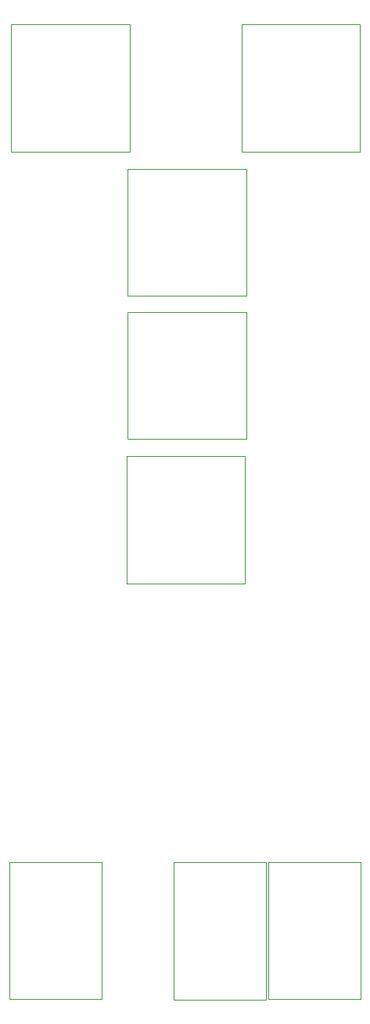
<source format=gbr>
%TF.GenerationSoftware,KiCad,Pcbnew,(5.1.9)-1*%
%TF.CreationDate,2021-08-15T07:19:13+01:00*%
%TF.ProjectId,8x8_Kick_Drum,3878385f-4b69-4636-9b5f-4472756d2e6b,rev?*%
%TF.SameCoordinates,Original*%
%TF.FileFunction,Other,User*%
%FSLAX46Y46*%
G04 Gerber Fmt 4.6, Leading zero omitted, Abs format (unit mm)*
G04 Created by KiCad (PCBNEW (5.1.9)-1) date 2021-08-15 07:19:13*
%MOMM*%
%LPD*%
G01*
G04 APERTURE LIST*
%ADD10C,0.050000*%
G04 APERTURE END LIST*
D10*
%TO.C,J4*%
X137334000Y-170645000D02*
X127334000Y-170645000D01*
X137334000Y-155815000D02*
X127334000Y-155815000D01*
X137334000Y-155815000D02*
X137334000Y-170645000D01*
X127334000Y-155815000D02*
X127334000Y-170645000D01*
%TO.C,J3*%
X155114000Y-170648000D02*
X145114000Y-170648000D01*
X155114000Y-155818000D02*
X145114000Y-155818000D01*
X155114000Y-155818000D02*
X155114000Y-170648000D01*
X145114000Y-155818000D02*
X145114000Y-170648000D01*
%TO.C,J2*%
X165401000Y-170615000D02*
X155401000Y-170615000D01*
X165401000Y-155785000D02*
X155401000Y-155785000D01*
X165401000Y-155785000D02*
X165401000Y-170615000D01*
X155401000Y-155785000D02*
X155401000Y-170615000D01*
%TO.C,RV5*%
X140174000Y-109996000D02*
X140174000Y-96246000D01*
X152994000Y-109996000D02*
X140174000Y-109996000D01*
X152994000Y-96246000D02*
X152994000Y-109996000D01*
X140174000Y-96246000D02*
X152994000Y-96246000D01*
%TO.C,RV3*%
X140061000Y-125610000D02*
X140061000Y-111860000D01*
X152881000Y-125610000D02*
X140061000Y-125610000D01*
X152881000Y-111860000D02*
X152881000Y-125610000D01*
X140061000Y-111860000D02*
X152881000Y-111860000D01*
%TO.C,RV4*%
X140174000Y-94502000D02*
X140174000Y-80752000D01*
X152994000Y-94502000D02*
X140174000Y-94502000D01*
X152994000Y-80752000D02*
X152994000Y-94502000D01*
X140174000Y-80752000D02*
X152994000Y-80752000D01*
%TO.C,RV2*%
X127549000Y-78874000D02*
X127549000Y-65124000D01*
X140369000Y-78874000D02*
X127549000Y-78874000D01*
X140369000Y-65124000D02*
X140369000Y-78874000D01*
X127549000Y-65124000D02*
X140369000Y-65124000D01*
%TO.C,RV1*%
X152493000Y-78874000D02*
X152493000Y-65124000D01*
X165313000Y-78874000D02*
X152493000Y-78874000D01*
X165313000Y-65124000D02*
X165313000Y-78874000D01*
X152493000Y-65124000D02*
X165313000Y-65124000D01*
%TD*%
M02*

</source>
